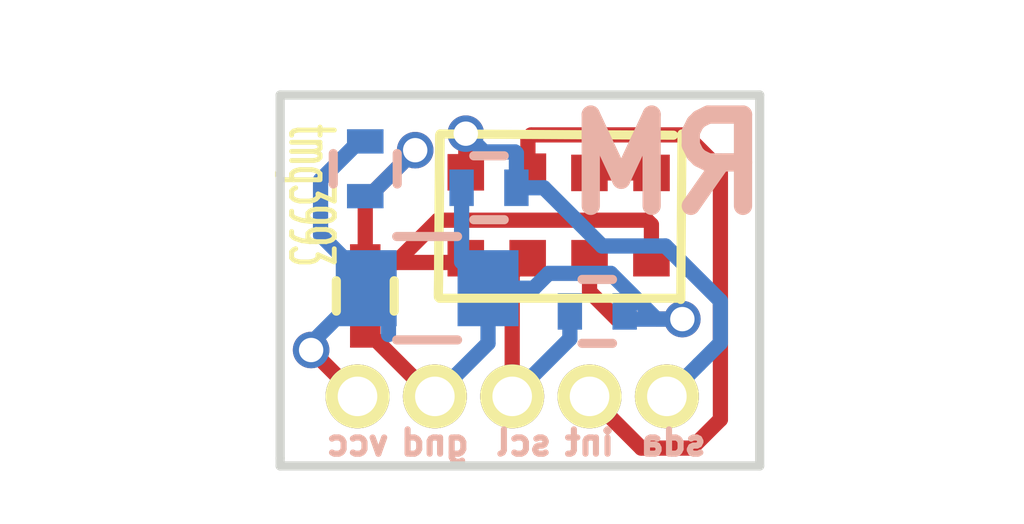
<source format=kicad_pcb>
(kicad_pcb (version 4) (host pcbnew 4.0.1-stable)

  (general
    (links 16)
    (no_connects 0)
    (area 141.656999 105.588999 149.681001 111.835001)
    (thickness 1)
    (drawings 12)
    (tracks 72)
    (zones 0)
    (modules 7)
    (nets 8)
  )

  (page USLetter)
  (layers
    (0 F.Cu signal)
    (31 B.Cu signal)
    (32 B.Adhes user)
    (33 F.Adhes user)
    (34 B.Paste user)
    (35 F.Paste user)
    (36 B.SilkS user)
    (37 F.SilkS user)
    (38 B.Mask user)
    (39 F.Mask user)
    (40 Dwgs.User user)
    (41 Cmts.User user)
    (42 Eco1.User user)
    (43 Eco2.User user)
    (44 Edge.Cuts user)
    (45 Margin user)
    (46 B.CrtYd user)
    (47 F.CrtYd user)
    (48 B.Fab user)
    (49 F.Fab user)
  )

  (setup
    (last_trace_width 0.25)
    (trace_clearance 0.2)
    (zone_clearance 0.508)
    (zone_45_only no)
    (trace_min 0.2)
    (segment_width 0.2)
    (edge_width 0.15)
    (via_size 0.6)
    (via_drill 0.4)
    (via_min_size 0.4)
    (via_min_drill 0.3)
    (uvia_size 0.3)
    (uvia_drill 0.1)
    (uvias_allowed no)
    (uvia_min_size 0.2)
    (uvia_min_drill 0.1)
    (pcb_text_width 0.3)
    (pcb_text_size 1.5 1.5)
    (mod_edge_width 0.15)
    (mod_text_size 1 1)
    (mod_text_width 0.15)
    (pad_size 1.524 1.524)
    (pad_drill 0.762)
    (pad_to_mask_clearance 0.2)
    (aux_axis_origin 0 0)
    (visible_elements FFFFFF9F)
    (pcbplotparams
      (layerselection 0x00030_80000001)
      (usegerberextensions false)
      (excludeedgelayer true)
      (linewidth 0.100000)
      (plotframeref false)
      (viasonmask false)
      (mode 1)
      (useauxorigin false)
      (hpglpennumber 1)
      (hpglpenspeed 20)
      (hpglpendiameter 15)
      (hpglpenoverlay 2)
      (psnegative false)
      (psa4output false)
      (plotreference true)
      (plotvalue true)
      (plotinvisibletext false)
      (padsonsilk false)
      (subtractmaskfromsilk false)
      (outputformat 1)
      (mirror false)
      (drillshape 1)
      (scaleselection 1)
      (outputdirectory ""))
  )

  (net 0 "")
  (net 1 VCC)
  (net 2 /gnd)
  (net 3 /vdd)
  (net 4 /leda-ldr)
  (net 5 /int)
  (net 6 /sda)
  (net 7 /scl)

  (net_class Default "This is the default net class."
    (clearance 0.2)
    (trace_width 0.25)
    (via_dia 0.6)
    (via_drill 0.4)
    (uvia_dia 0.3)
    (uvia_drill 0.1)
    (add_net /gnd)
    (add_net /int)
    (add_net /leda-ldr)
    (add_net /scl)
    (add_net /sda)
    (add_net /vdd)
    (add_net VCC)
  )

  (module Capacitors_SMD:C_0805 (layer B.Cu) (tedit 56CC68B3) (tstamp 56CC210F)
    (at 144.145 108.839 180)
    (descr "Capacitor SMD 0805, reflow soldering, AVX (see smccp.pdf)")
    (tags "capacitor 0805")
    (path /56CB1A68)
    (attr smd)
    (fp_text reference C1 (at 0 2.1 180) (layer B.SilkS) hide
      (effects (font (size 1 1) (thickness 0.15)) (justify mirror))
    )
    (fp_text value >4.7uF (at 0 -2.1 180) (layer B.Fab)
      (effects (font (size 1 1) (thickness 0.15)) (justify mirror))
    )
    (fp_line (start -1.8 1) (end 1.8 1) (layer B.CrtYd) (width 0.05))
    (fp_line (start -1.8 -1) (end 1.8 -1) (layer B.CrtYd) (width 0.05))
    (fp_line (start -1.8 1) (end -1.8 -1) (layer B.CrtYd) (width 0.05))
    (fp_line (start 1.8 1) (end 1.8 -1) (layer B.CrtYd) (width 0.05))
    (fp_line (start 0.5 0.85) (end -0.5 0.85) (layer B.SilkS) (width 0.15))
    (fp_line (start -0.5 -0.85) (end 0.5 -0.85) (layer B.SilkS) (width 0.15))
    (pad 1 smd rect (at -1 0 180) (size 1 1.25) (layers B.Cu B.Paste B.Mask)
      (net 2 /gnd))
    (pad 2 smd rect (at 1 0 180) (size 1 1.25) (layers B.Cu B.Paste B.Mask)
      (net 1 VCC))
    (model Capacitors_SMD.3dshapes/C_0805.wrl
      (at (xyz 0 0 0))
      (scale (xyz 1 1 1))
      (rotate (xyz 0 0 0))
    )
  )

  (module Capacitors_SMD:C_0402 (layer F.Cu) (tedit 56CC6A70) (tstamp 56CC2115)
    (at 143.129 108.966 270)
    (descr "Capacitor SMD 0402, reflow soldering, AVX (see smccp.pdf)")
    (tags "capacitor 0402")
    (path /56CA2558)
    (attr smd)
    (fp_text reference C2 (at 0 -1.7 270) (layer F.SilkS) hide
      (effects (font (size 1 1) (thickness 0.15)))
    )
    (fp_text value 1uF (at 0 1.7 270) (layer F.Fab)
      (effects (font (size 1 1) (thickness 0.15)))
    )
    (fp_line (start -1.15 -0.6) (end 1.15 -0.6) (layer F.CrtYd) (width 0.05))
    (fp_line (start -1.15 0.6) (end 1.15 0.6) (layer F.CrtYd) (width 0.05))
    (fp_line (start -1.15 -0.6) (end -1.15 0.6) (layer F.CrtYd) (width 0.05))
    (fp_line (start 1.15 -0.6) (end 1.15 0.6) (layer F.CrtYd) (width 0.05))
    (fp_line (start 0.25 -0.475) (end -0.25 -0.475) (layer F.SilkS) (width 0.15))
    (fp_line (start -0.25 0.475) (end 0.25 0.475) (layer F.SilkS) (width 0.15))
    (pad 1 smd rect (at -0.55 0 270) (size 0.6 0.5) (layers F.Cu F.Paste F.Mask)
      (net 3 /vdd))
    (pad 2 smd rect (at 0.55 0 270) (size 0.6 0.5) (layers F.Cu F.Paste F.Mask)
      (net 2 /gnd))
    (model Capacitors_SMD.3dshapes/C_0402.wrl
      (at (xyz 0 0 0))
      (scale (xyz 1 1 1))
      (rotate (xyz 0 0 0))
    )
  )

  (module TMG3993x:TMG3993x (layer F.Cu) (tedit 56CA2D22) (tstamp 56CC2121)
    (at 143.51 107.584 90)
    (path /56CA176A)
    (fp_text reference J1 (at 0 0.5 90) (layer F.SilkS) hide
      (effects (font (size 1 1) (thickness 0.15)))
    )
    (fp_text value TMG3993 (at 0 -1.27 90) (layer F.Fab)
      (effects (font (size 1 1) (thickness 0.15)))
    )
    (fp_line (start -1.44 4.8) (end 1.28 4.82) (layer F.SilkS) (width 0.15))
    (fp_line (start -1.42 0.84) (end -1.42 4.77) (layer F.SilkS) (width 0.15))
    (fp_line (start 1.26 0.84) (end -1.4 0.82) (layer F.SilkS) (width 0.15))
    (fp_line (start -1.37 0.82) (end 1.28 0.85) (layer F.SilkS) (width 0.15))
    (fp_line (start 1.28 0.85) (end 1.26 4.68) (layer F.SilkS) (width 0.15))
    (pad 5 smd rect (at 0.64 4.32 90) (size 0.6 0.6) (layers F.Cu F.Paste F.Mask)
      (net 4 /leda-ldr))
    (pad 6 smd rect (at 0.64 3.3 90) (size 0.6 0.6) (layers F.Cu F.Paste F.Mask)
      (net 4 /leda-ldr))
    (pad 7 smd rect (at 0.66 2.29 90) (size 0.6 0.6) (layers F.Cu F.Paste F.Mask)
      (net 5 /int))
    (pad 8 smd rect (at 0.65 1.27 90) (size 0.6 0.6) (layers F.Cu F.Paste F.Mask)
      (net 6 /sda))
    (pad 4 smd rect (at -0.762 4.318 90) (size 0.6 0.6) (layers F.Cu F.Paste F.Mask)
      (net 3 /vdd))
    (pad 3 smd rect (at -0.762 3.302 90) (size 0.6 0.6) (layers F.Cu F.Paste F.Mask)
      (net 2 /gnd))
    (pad 2 smd rect (at -0.762 2.286 90) (size 0.6 0.6) (layers F.Cu F.Paste F.Mask)
      (net 7 /scl))
    (pad 1 smd rect (at -0.762 1.27 90) (size 0.6 0.6) (layers F.Cu F.Paste F.Mask)
      (net 3 /vdd))
    (model ../../packages3d/Valves.3dshapes/VALVE-ECC-83-1.wrl
      (at (xyz 0 0 0))
      (scale (xyz 1 1 1))
      (rotate (xyz 0 0 0))
    )
    (model ../../packages3d/Resistors_SMD.3dshapes/R_0805_HandSoldering.wrl
      (at (xyz 0 0 0))
      (scale (xyz 1 1 1))
      (rotate (xyz 0 0 0))
    )
  )

  (module Resistors_SMD:R_0402 (layer B.Cu) (tedit 56CC689F) (tstamp 56CC212F)
    (at 143.129 106.876 270)
    (descr "Resistor SMD 0402, reflow soldering, Vishay (see dcrcw.pdf)")
    (tags "resistor 0402")
    (path /56CA2646)
    (attr smd)
    (fp_text reference R1 (at 0 1.8 270) (layer B.SilkS) hide
      (effects (font (size 1 1) (thickness 0.15)) (justify mirror))
    )
    (fp_text value 22 (at 0 -1.8 270) (layer B.Fab)
      (effects (font (size 1 1) (thickness 0.15)) (justify mirror))
    )
    (fp_line (start -0.95 0.65) (end 0.95 0.65) (layer B.CrtYd) (width 0.05))
    (fp_line (start -0.95 -0.65) (end 0.95 -0.65) (layer B.CrtYd) (width 0.05))
    (fp_line (start -0.95 0.65) (end -0.95 -0.65) (layer B.CrtYd) (width 0.05))
    (fp_line (start 0.95 0.65) (end 0.95 -0.65) (layer B.CrtYd) (width 0.05))
    (fp_line (start 0.25 0.525) (end -0.25 0.525) (layer B.SilkS) (width 0.15))
    (fp_line (start -0.25 -0.525) (end 0.25 -0.525) (layer B.SilkS) (width 0.15))
    (pad 1 smd rect (at -0.45 0 270) (size 0.4 0.6) (layers B.Cu B.Paste B.Mask)
      (net 1 VCC))
    (pad 2 smd rect (at 0.45 0 270) (size 0.4 0.6) (layers B.Cu B.Paste B.Mask)
      (net 3 /vdd))
    (model Resistors_SMD.3dshapes/R_0402.wrl
      (at (xyz 0 0 0))
      (scale (xyz 1 1 1))
      (rotate (xyz 0 0 0))
    )
  )

  (module Resistors_SMD:R_0402 (layer B.Cu) (tedit 56CC6897) (tstamp 56CC2135)
    (at 145.161 107.188 180)
    (descr "Resistor SMD 0402, reflow soldering, Vishay (see dcrcw.pdf)")
    (tags "resistor 0402")
    (path /56CA2FD1)
    (attr smd)
    (fp_text reference R2 (at 0 1.8 180) (layer B.SilkS) hide
      (effects (font (size 1 1) (thickness 0.15)) (justify mirror))
    )
    (fp_text value onbekend (at 0 -1.8 180) (layer B.Fab)
      (effects (font (size 1 1) (thickness 0.15)) (justify mirror))
    )
    (fp_line (start -0.95 0.65) (end 0.95 0.65) (layer B.CrtYd) (width 0.05))
    (fp_line (start -0.95 -0.65) (end 0.95 -0.65) (layer B.CrtYd) (width 0.05))
    (fp_line (start -0.95 0.65) (end -0.95 -0.65) (layer B.CrtYd) (width 0.05))
    (fp_line (start 0.95 0.65) (end 0.95 -0.65) (layer B.CrtYd) (width 0.05))
    (fp_line (start 0.25 0.525) (end -0.25 0.525) (layer B.SilkS) (width 0.15))
    (fp_line (start -0.25 -0.525) (end 0.25 -0.525) (layer B.SilkS) (width 0.15))
    (pad 1 smd rect (at -0.45 0 180) (size 0.4 0.6) (layers B.Cu B.Paste B.Mask)
      (net 6 /sda))
    (pad 2 smd rect (at 0.45 0 180) (size 0.4 0.6) (layers B.Cu B.Paste B.Mask)
      (net 2 /gnd))
    (model Resistors_SMD.3dshapes/R_0402.wrl
      (at (xyz 0 0 0))
      (scale (xyz 1 1 1))
      (rotate (xyz 0 0 0))
    )
  )

  (module Resistors_SMD:R_0402 (layer B.Cu) (tedit 56CC6976) (tstamp 56CC213B)
    (at 146.939 109.22)
    (descr "Resistor SMD 0402, reflow soldering, Vishay (see dcrcw.pdf)")
    (tags "resistor 0402")
    (path /56CA3872)
    (attr smd)
    (fp_text reference R4 (at 0 1.8) (layer B.SilkS) hide
      (effects (font (size 1 1) (thickness 0.15)) (justify mirror))
    )
    (fp_text value onbekend (at 0 -1.8) (layer B.Fab)
      (effects (font (size 1 1) (thickness 0.15)) (justify mirror))
    )
    (fp_line (start -0.95 0.65) (end 0.95 0.65) (layer B.CrtYd) (width 0.05))
    (fp_line (start -0.95 -0.65) (end 0.95 -0.65) (layer B.CrtYd) (width 0.05))
    (fp_line (start -0.95 0.65) (end -0.95 -0.65) (layer B.CrtYd) (width 0.05))
    (fp_line (start 0.95 0.65) (end 0.95 -0.65) (layer B.CrtYd) (width 0.05))
    (fp_line (start 0.25 0.525) (end -0.25 0.525) (layer B.SilkS) (width 0.15))
    (fp_line (start -0.25 -0.525) (end 0.25 -0.525) (layer B.SilkS) (width 0.15))
    (pad 1 smd rect (at -0.45 0) (size 0.4 0.6) (layers B.Cu B.Paste B.Mask)
      (net 7 /scl))
    (pad 2 smd rect (at 0.45 0) (size 0.4 0.6) (layers B.Cu B.Paste B.Mask)
      (net 2 /gnd))
    (model Resistors_SMD.3dshapes/R_0402.wrl
      (at (xyz 0 0 0))
      (scale (xyz 1 1 1))
      (rotate (xyz 0 0 0))
    )
  )

  (module "Rolands pinheader:pinheader_5_1.27mm" (layer F.Cu) (tedit 56CC69D4) (tstamp 56CC57B5)
    (at 145.542 110.617 180)
    (path /56CC4C0E)
    (fp_text reference Pin1 (at 0 1.27 180) (layer F.SilkS) hide
      (effects (font (size 1 1) (thickness 0.15)))
    )
    (fp_text value pin_header_5_1.27mm (at 0 -1.27 180) (layer F.Fab)
      (effects (font (size 1 1) (thickness 0.15)))
    )
    (pad 1 thru_hole circle (at -2.54 0 180) (size 1.05 1.05) (drill 0.65) (layers *.Cu *.Mask F.SilkS)
      (net 6 /sda))
    (pad 2 thru_hole circle (at -1.27 0 180) (size 1.05 1.05) (drill 0.65) (layers *.Cu *.Mask F.SilkS)
      (net 5 /int))
    (pad 3 thru_hole circle (at 0 0 180) (size 1.05 1.05) (drill 0.65) (layers *.Cu *.Mask F.SilkS)
      (net 7 /scl))
    (pad 4 thru_hole circle (at 1.27 0 180) (size 1.05 1.05) (drill 0.65) (layers *.Cu *.Mask F.SilkS)
      (net 2 /gnd))
    (pad 5 thru_hole circle (at 2.54 0 180) (size 1.05 1.05) (drill 0.65) (layers *.Cu *.Mask F.SilkS)
      (net 1 VCC))
  )

  (gr_text tmg3993 (at 142.24 107.315 270) (layer F.SilkS)
    (effects (font (size 0.7 0.35) (thickness 0.08)))
  )
  (gr_text "sda	" (at 147.955 111.379) (layer B.SilkS)
    (effects (font (size 0.4 0.4) (thickness 0.1)) (justify mirror))
  )
  (gr_text int (at 146.812 111.379) (layer B.SilkS)
    (effects (font (size 0.4 0.4) (thickness 0.1)) (justify mirror))
  )
  (gr_text "scl	" (at 145.415 111.379) (layer B.SilkS)
    (effects (font (size 0.4 0.4) (thickness 0.1)) (justify mirror))
  )
  (gr_text gnd (at 144.272 111.379) (layer B.SilkS)
    (effects (font (size 0.4 0.4) (thickness 0.1)) (justify mirror))
  )
  (gr_text vcc (at 143.002 111.379) (layer B.SilkS)
    (effects (font (size 0.4 0.4) (thickness 0.1)) (justify mirror))
  )
  (gr_line (start 149.606 111.76) (end 149.606 105.664) (layer Edge.Cuts) (width 0.15))
  (gr_line (start 141.732 111.76) (end 149.606 111.76) (layer Edge.Cuts) (width 0.15))
  (gr_line (start 141.732 111.633) (end 141.732 111.76) (layer Edge.Cuts) (width 0.15))
  (gr_line (start 141.732 105.664) (end 141.732 111.633) (layer Edge.Cuts) (width 0.15))
  (gr_line (start 149.606 105.664) (end 141.732 105.664) (layer Edge.Cuts) (width 0.15))
  (gr_text RM (at 148.082 106.807) (layer B.SilkS)
    (effects (font (size 1.5 1.5) (thickness 0.3)) (justify mirror))
  )

  (segment (start 142.24 109.855) (end 142.24 109.744) (width 0.25) (layer B.Cu) (net 1))
  (segment (start 142.24 109.744) (end 143.145 108.839) (width 0.25) (layer B.Cu) (net 1))
  (segment (start 143.002 110.617) (end 142.24 109.855) (width 0.25) (layer F.Cu) (net 1))
  (via (at 142.24 109.855) (size 0.6) (drill 0.4) (layers F.Cu B.Cu) (net 1))
  (segment (start 143.145 108.839) (end 143.145 108.714) (width 0.25) (layer B.Cu) (net 1))
  (segment (start 143.029 106.426) (end 143.129 106.426) (width 0.25) (layer B.Cu) (net 1))
  (segment (start 143.145 108.714) (end 142.395 107.964) (width 0.25) (layer B.Cu) (net 1))
  (segment (start 142.395 107.964) (end 142.395 107.06) (width 0.25) (layer B.Cu) (net 1))
  (segment (start 142.395 107.06) (end 143.029 106.426) (width 0.25) (layer B.Cu) (net 1))
  (segment (start 143.51 109.601) (end 143.51 109.204) (width 0.25) (layer B.Cu) (net 1))
  (segment (start 143.51 109.204) (end 143.145 108.839) (width 0.25) (layer B.Cu) (net 1))
  (segment (start 144.272 110.617) (end 144.23 110.617) (width 0.25) (layer F.Cu) (net 2))
  (segment (start 144.23 110.617) (end 143.129 109.516) (width 0.25) (layer F.Cu) (net 2))
  (segment (start 144.711 107.188) (end 144.711 108.405) (width 0.25) (layer B.Cu) (net 2))
  (segment (start 144.711 108.405) (end 145.145 108.839) (width 0.25) (layer B.Cu) (net 2))
  (segment (start 145.145 108.839) (end 145.145 109.744) (width 0.25) (layer B.Cu) (net 2))
  (segment (start 145.145 109.744) (end 144.272 110.617) (width 0.25) (layer B.Cu) (net 2))
  (segment (start 148.336 109.347) (end 147.911736 109.347) (width 0.25) (layer B.Cu) (net 2))
  (segment (start 147.911736 109.347) (end 147.159735 108.594999) (width 0.25) (layer B.Cu) (net 2))
  (segment (start 145.895 108.839) (end 145.145 108.839) (width 0.25) (layer B.Cu) (net 2))
  (segment (start 147.159735 108.594999) (end 146.139001 108.594999) (width 0.25) (layer B.Cu) (net 2))
  (segment (start 146.139001 108.594999) (end 145.895 108.839) (width 0.25) (layer B.Cu) (net 2))
  (segment (start 148.336 109.347) (end 147.516 109.347) (width 0.25) (layer B.Cu) (net 2))
  (segment (start 147.516 109.347) (end 147.389 109.22) (width 0.25) (layer B.Cu) (net 2))
  (segment (start 146.812 108.346) (end 146.812 108.896) (width 0.25) (layer F.Cu) (net 2))
  (segment (start 146.812 108.896) (end 147.263 109.347) (width 0.25) (layer F.Cu) (net 2))
  (segment (start 147.263 109.347) (end 148.336 109.347) (width 0.25) (layer F.Cu) (net 2))
  (via (at 148.336 109.347) (size 0.6) (drill 0.4) (layers F.Cu B.Cu) (net 2))
  (segment (start 147.389 109.22) (end 147.389 109.12) (width 0.25) (layer B.Cu) (net 2))
  (segment (start 145.145 109.236) (end 145.145 108.839) (width 0.25) (layer B.Cu) (net 2))
  (segment (start 147.828 108.346) (end 147.828 107.796) (width 0.25) (layer F.Cu) (net 3))
  (segment (start 143.629 108.416) (end 143.129 108.416) (width 0.25) (layer F.Cu) (net 3))
  (segment (start 147.828 107.796) (end 147.752999 107.720999) (width 0.25) (layer F.Cu) (net 3))
  (segment (start 147.752999 107.720999) (end 144.324001 107.720999) (width 0.25) (layer F.Cu) (net 3))
  (segment (start 144.324001 107.720999) (end 143.629 108.416) (width 0.25) (layer F.Cu) (net 3))
  (segment (start 143.129 108.416) (end 144.71 108.416) (width 0.25) (layer F.Cu) (net 3))
  (segment (start 144.71 108.416) (end 144.78 108.346) (width 0.25) (layer F.Cu) (net 3))
  (segment (start 143.94899 106.570113) (end 143.129 107.390103) (width 0.25) (layer F.Cu) (net 3))
  (segment (start 143.129 107.390103) (end 143.129 108.416) (width 0.25) (layer F.Cu) (net 3))
  (segment (start 143.129 107.326) (end 143.193103 107.326) (width 0.25) (layer B.Cu) (net 3))
  (segment (start 143.193103 107.326) (end 143.94899 106.570113) (width 0.25) (layer B.Cu) (net 3))
  (via (at 143.94899 106.570113) (size 0.6) (drill 0.4) (layers F.Cu B.Cu) (net 3))
  (segment (start 146.81 106.944) (end 147.83 106.944) (width 0.25) (layer F.Cu) (net 4))
  (segment (start 146.812 110.617) (end 147.662001 111.467001) (width 0.25) (layer F.Cu) (net 5))
  (segment (start 147.662001 111.467001) (end 148.490001 111.467001) (width 0.25) (layer F.Cu) (net 5))
  (segment (start 148.490001 111.467001) (end 148.961001 110.996001) (width 0.25) (layer F.Cu) (net 5))
  (segment (start 148.961001 110.996001) (end 148.961001 106.889999) (width 0.25) (layer F.Cu) (net 5))
  (segment (start 148.961001 106.889999) (end 148.390001 106.318999) (width 0.25) (layer F.Cu) (net 5))
  (segment (start 148.390001 106.318999) (end 145.855001 106.318999) (width 0.25) (layer F.Cu) (net 5))
  (segment (start 145.855001 106.318999) (end 145.8 106.374) (width 0.25) (layer F.Cu) (net 5))
  (segment (start 145.8 106.374) (end 145.8 106.924) (width 0.25) (layer F.Cu) (net 5))
  (segment (start 145.8 106.924) (end 145.8 106.768998) (width 0.25) (layer F.Cu) (net 5))
  (segment (start 145.611 107.188) (end 146.061 107.188) (width 0.25) (layer B.Cu) (net 6))
  (segment (start 148.961001 109.046999) (end 148.961001 109.737999) (width 0.25) (layer B.Cu) (net 6))
  (segment (start 146.061 107.188) (end 147.017989 108.144989) (width 0.25) (layer B.Cu) (net 6))
  (segment (start 147.017989 108.144989) (end 148.058991 108.144989) (width 0.25) (layer B.Cu) (net 6))
  (segment (start 148.058991 108.144989) (end 148.961001 109.046999) (width 0.25) (layer B.Cu) (net 6))
  (segment (start 148.961001 109.737999) (end 148.606999 110.092001) (width 0.25) (layer B.Cu) (net 6))
  (segment (start 148.606999 110.092001) (end 148.082 110.617) (width 0.25) (layer B.Cu) (net 6))
  (segment (start 145.587999 106.598999) (end 145.611 106.622) (width 0.25) (layer B.Cu) (net 6))
  (segment (start 145.611 106.622) (end 145.611 107.188) (width 0.25) (layer B.Cu) (net 6))
  (segment (start 144.78 106.299) (end 145.079999 106.598999) (width 0.25) (layer B.Cu) (net 6))
  (segment (start 145.079999 106.598999) (end 145.587999 106.598999) (width 0.25) (layer B.Cu) (net 6))
  (segment (start 144.78 106.934) (end 144.78 106.299) (width 0.25) (layer F.Cu) (net 6))
  (via (at 144.78 106.299) (size 0.6) (drill 0.4) (layers F.Cu B.Cu) (net 6))
  (segment (start 148.082 110.617) (end 148.082 110.526002) (width 0.25) (layer B.Cu) (net 6))
  (segment (start 145.542 110.617) (end 145.542 108.6) (width 0.25) (layer F.Cu) (net 7))
  (segment (start 145.542 108.6) (end 145.796 108.346) (width 0.25) (layer F.Cu) (net 7))
  (via (at 145.542 110.617) (size 0.6) (drill 0.4) (layers F.Cu B.Cu) (net 7))
  (segment (start 146.489 109.22) (end 146.489 109.67) (width 0.25) (layer B.Cu) (net 7))
  (segment (start 146.489 109.67) (end 145.542 110.617) (width 0.25) (layer B.Cu) (net 7))
  (segment (start 146.489 109.22) (end 146.431 109.22) (width 0.25) (layer B.Cu) (net 7))

)

</source>
